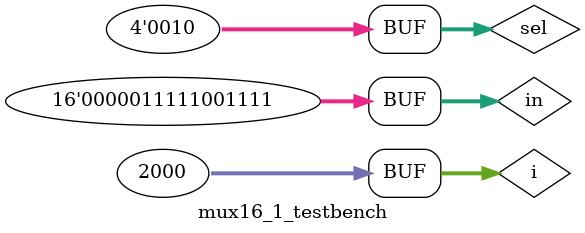
<source format=sv>
module mux16_1(
   output logic        out, 
   input  logic [15:0] in,
   input  logic [3:0]  sel
   );

   logic v0, v1;

   mux8_1 m0(.out(v0),  .in(in[7:0]),     .sel(sel[2:0]));
   mux8_1 m1(.out(v1),  .in(in[15:8]),    .sel(sel[2:0]));
   mux2_1 m (.out(out), .i0(v0), .i1(v1), .sel(sel[3]));
endmodule


module mux16_1_testbench();
   logic [15:0] in;
   logic [3:0] sel;
   logic out;

   mux16_1 dut (.out, .in, .sel);

   integer i;
   initial begin
      sel = 4'b0000;
      for(i=0; i<1000; i++) begin
         in = i; #1;
      end
      sel = 4'b0001;
      for(i=1000; i<2000; i++) begin
         in = i; #1;
      end
      sel = 4'b0010;      
      for(i=1000; i<2000; i++) begin
         in = i; #1;
      end
   end
endmodule 

</source>
